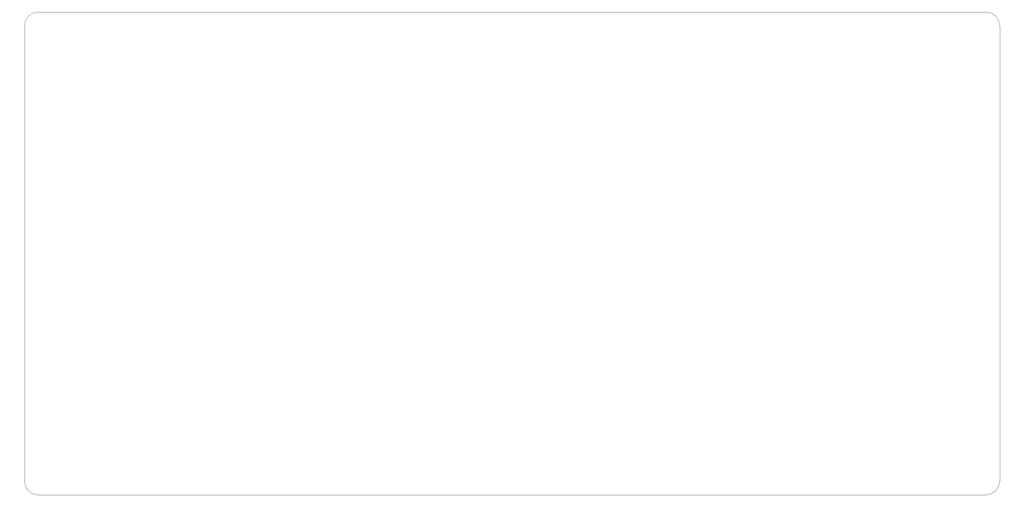
<source format=gbo>
G04*
G04 #@! TF.GenerationSoftware,Altium Limited,Altium Designer,23.10.1 (27)*
G04*
G04 Layer_Color=32896*
%FSLAX25Y25*%
%MOIN*%
G70*
G04*
G04 #@! TF.SameCoordinates,CFD1AF01-5425-4A94-9F85-96FFE65A43DD*
G04*
G04*
G04 #@! TF.FilePolarity,Positive*
G04*
G01*
G75*
%ADD22C,0.00039*%
D22*
X0Y11811D02*
G03*
X11811Y0I11811J0D01*
G01*
X822835D02*
G03*
X834646Y11811I0J11811D01*
G01*
Y401575D02*
G03*
X822835Y413386I-11811J0D01*
G01*
X11811D02*
G03*
X0Y401575I0J-11811D01*
G01*
X11811Y-0D02*
X822835Y0D01*
X834646Y401575D02*
X834646Y11811D01*
X11811Y413386D02*
X822835Y413386D01*
X-0Y401575D02*
X0Y11811D01*
M02*

</source>
